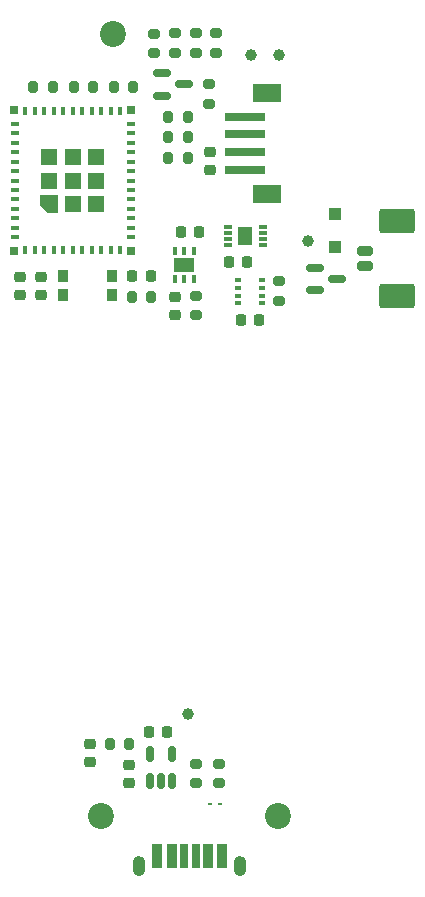
<source format=gbr>
%TF.GenerationSoftware,KiCad,Pcbnew,8.0.7*%
%TF.CreationDate,2024-12-24T11:10:27-06:00*%
%TF.ProjectId,room_environment_monitor,726f6f6d-5f65-46e7-9669-726f6e6d656e,rev?*%
%TF.SameCoordinates,Original*%
%TF.FileFunction,Soldermask,Top*%
%TF.FilePolarity,Negative*%
%FSLAX46Y46*%
G04 Gerber Fmt 4.6, Leading zero omitted, Abs format (unit mm)*
G04 Created by KiCad (PCBNEW 8.0.7) date 2024-12-24 11:10:27*
%MOMM*%
%LPD*%
G01*
G04 APERTURE LIST*
G04 Aperture macros list*
%AMRoundRect*
0 Rectangle with rounded corners*
0 $1 Rounding radius*
0 $2 $3 $4 $5 $6 $7 $8 $9 X,Y pos of 4 corners*
0 Add a 4 corners polygon primitive as box body*
4,1,4,$2,$3,$4,$5,$6,$7,$8,$9,$2,$3,0*
0 Add four circle primitives for the rounded corners*
1,1,$1+$1,$2,$3*
1,1,$1+$1,$4,$5*
1,1,$1+$1,$6,$7*
1,1,$1+$1,$8,$9*
0 Add four rect primitives between the rounded corners*
20,1,$1+$1,$2,$3,$4,$5,0*
20,1,$1+$1,$4,$5,$6,$7,0*
20,1,$1+$1,$6,$7,$8,$9,0*
20,1,$1+$1,$8,$9,$2,$3,0*%
%AMFreePoly0*
4,1,6,0.725000,-0.725000,-0.725000,-0.725000,-0.725000,0.125000,-0.125000,0.725000,0.725000,0.725000,0.725000,-0.725000,0.725000,-0.725000,$1*%
G04 Aperture macros list end*
%ADD10R,0.400000X0.800000*%
%ADD11R,0.800000X0.400000*%
%ADD12FreePoly0,90.000000*%
%ADD13R,1.450000X1.450000*%
%ADD14R,0.700000X0.700000*%
%ADD15RoundRect,0.200000X0.275000X-0.200000X0.275000X0.200000X-0.275000X0.200000X-0.275000X-0.200000X0*%
%ADD16RoundRect,0.200000X-0.275000X0.200000X-0.275000X-0.200000X0.275000X-0.200000X0.275000X0.200000X0*%
%ADD17RoundRect,0.200000X0.200000X0.275000X-0.200000X0.275000X-0.200000X-0.275000X0.200000X-0.275000X0*%
%ADD18RoundRect,0.225000X-0.225000X-0.250000X0.225000X-0.250000X0.225000X0.250000X-0.225000X0.250000X0*%
%ADD19C,2.200000*%
%ADD20RoundRect,0.150000X-0.587500X-0.150000X0.587500X-0.150000X0.587500X0.150000X-0.587500X0.150000X0*%
%ADD21RoundRect,0.150000X0.150000X-0.512500X0.150000X0.512500X-0.150000X0.512500X-0.150000X-0.512500X0*%
%ADD22RoundRect,0.200000X-0.200000X-0.275000X0.200000X-0.275000X0.200000X0.275000X-0.200000X0.275000X0*%
%ADD23R,0.711200X2.006600*%
%ADD24R,0.812800X2.006600*%
%ADD25R,0.889000X2.006600*%
%ADD26O,1.066800X1.701800*%
%ADD27R,0.500000X0.350000*%
%ADD28C,1.000000*%
%ADD29R,0.355600X0.660400*%
%ADD30R,1.701800X1.244600*%
%ADD31RoundRect,0.225000X-0.250000X0.225000X-0.250000X-0.225000X0.250000X-0.225000X0.250000X0.225000X0*%
%ADD32R,3.352800X0.711200*%
%ADD33R,2.387600X1.600200*%
%ADD34RoundRect,0.062500X0.117500X0.062500X-0.117500X0.062500X-0.117500X-0.062500X0.117500X-0.062500X0*%
%ADD35RoundRect,0.218750X0.256250X-0.218750X0.256250X0.218750X-0.256250X0.218750X-0.256250X-0.218750X0*%
%ADD36RoundRect,0.225000X0.250000X-0.225000X0.250000X0.225000X-0.250000X0.225000X-0.250000X-0.225000X0*%
%ADD37RoundRect,0.200000X0.450000X-0.200000X0.450000X0.200000X-0.450000X0.200000X-0.450000X-0.200000X0*%
%ADD38RoundRect,0.250001X1.249999X-0.799999X1.249999X0.799999X-1.249999X0.799999X-1.249999X-0.799999X0*%
%ADD39RoundRect,0.225000X0.225000X0.250000X-0.225000X0.250000X-0.225000X-0.250000X0.225000X-0.250000X0*%
%ADD40R,0.900000X1.000000*%
%ADD41R,0.750000X0.300000*%
%ADD42R,1.300000X1.500000*%
%ADD43RoundRect,0.250000X-0.300000X0.300000X-0.300000X-0.300000X0.300000X-0.300000X0.300000X0.300000X0*%
G04 APERTURE END LIST*
D10*
%TO.C,U2*%
X-3900000Y50700000D03*
X-3100000Y50700000D03*
X-2300000Y50700000D03*
X-1500000Y50700000D03*
X-700000Y50700000D03*
X100000Y50700000D03*
X900000Y50700000D03*
X1700000Y50700000D03*
X2500000Y50700000D03*
X3300000Y50700000D03*
X4100000Y50700000D03*
D11*
X5000000Y51800000D03*
X5000000Y52600000D03*
X5000000Y53400000D03*
X5000000Y54200000D03*
X5000000Y55000000D03*
X5000000Y55800000D03*
X5000000Y56600000D03*
X5000000Y57400000D03*
X5000000Y58200000D03*
X5000000Y59000000D03*
X5000000Y59800000D03*
X5000000Y60600000D03*
X5000000Y61400000D03*
D10*
X4100000Y62500000D03*
X3300000Y62500000D03*
X2500000Y62500000D03*
X1700000Y62500000D03*
X900000Y62500000D03*
X100000Y62500000D03*
X-700000Y62500000D03*
X-1500000Y62500000D03*
X-2300000Y62500000D03*
X-3100000Y62500000D03*
X-3900000Y62500000D03*
D11*
X-4800000Y61400000D03*
X-4800000Y60600000D03*
X-4800000Y59800000D03*
X-4800000Y59000000D03*
X-4800000Y58200000D03*
X-4800000Y57400000D03*
X-4800000Y56600000D03*
X-4800000Y55800000D03*
X-4800000Y55000000D03*
X-4800000Y54200000D03*
X-4800000Y53400000D03*
X-4800000Y52600000D03*
X-4800000Y51800000D03*
D12*
X-1875000Y54625000D03*
D13*
X100000Y54625000D03*
X2075000Y54625000D03*
X-1875000Y56600000D03*
X100000Y56600000D03*
X2075000Y56600000D03*
X-1875000Y58575000D03*
X100000Y58575000D03*
X2075000Y58575000D03*
D14*
X-4850000Y62550000D03*
X5050000Y62550000D03*
X5050000Y50650000D03*
X-4850000Y50650000D03*
%TD*%
D15*
%TO.C,R3*%
X17600000Y46437500D03*
X17600000Y48087500D03*
%TD*%
D16*
%TO.C,R9*%
X12250000Y69075000D03*
X12250000Y67425000D03*
%TD*%
%TO.C,R13*%
X10500000Y69075000D03*
X10500000Y67425000D03*
%TD*%
D17*
%TO.C,R8*%
X9825000Y62000000D03*
X8175000Y62000000D03*
%TD*%
D18*
%TO.C,C1*%
X5150000Y48500000D03*
X6700000Y48500000D03*
%TD*%
D19*
%TO.C,H1*%
X2500000Y2800000D03*
%TD*%
D18*
%TO.C,C2*%
X9225000Y52250000D03*
X10775000Y52250000D03*
%TD*%
D20*
%TO.C,Q3*%
X20625000Y49200000D03*
X20625000Y47300000D03*
X22500000Y48250000D03*
%TD*%
D21*
%TO.C,U5*%
X6625000Y5737500D03*
X7575000Y5737500D03*
X8525000Y5737500D03*
X8525000Y8012500D03*
X6625000Y8012500D03*
%TD*%
D22*
%TO.C,R11*%
X8175000Y58500000D03*
X9825000Y58500000D03*
%TD*%
D23*
%TO.C,P1*%
X10499999Y-600002D03*
D24*
X8480000Y-600002D03*
D25*
X7250000Y-600002D03*
D23*
X9500001Y-600002D03*
D24*
X11520000Y-600002D03*
D25*
X12750000Y-600002D03*
D26*
X14269999Y-1400003D03*
X5730001Y-1400003D03*
%TD*%
D27*
%TO.C,U4*%
X14100000Y46212500D03*
X14100000Y46862500D03*
X14100000Y47512500D03*
X14100000Y48162500D03*
X16150000Y48162500D03*
X16150000Y47512500D03*
X16150000Y46862500D03*
X16150000Y46212500D03*
%TD*%
D28*
%TO.C,TP4*%
X9900000Y11400000D03*
%TD*%
D29*
%TO.C,U3*%
X8750000Y48250000D03*
X9550001Y48250000D03*
X10350002Y48250000D03*
X10350002Y50637600D03*
X9550001Y50637600D03*
X8750000Y50637600D03*
D30*
X9550001Y49443800D03*
%TD*%
D19*
%TO.C,H2*%
X17500000Y2800000D03*
%TD*%
D31*
%TO.C,C7*%
X11750000Y59025000D03*
X11750000Y57475000D03*
%TD*%
D19*
%TO.C,H3*%
X3500000Y69000000D03*
%TD*%
D15*
%TO.C,R15*%
X12500000Y5550000D03*
X12500000Y7200000D03*
%TD*%
D32*
%TO.C,J2*%
X14645800Y62000001D03*
X14645800Y60500001D03*
X14645800Y58999999D03*
X14645800Y57499999D03*
D33*
X16528448Y64050002D03*
X16528448Y55449998D03*
%TD*%
D28*
%TO.C,TP2*%
X17600000Y67200000D03*
%TD*%
D18*
%TO.C,C11*%
X6550000Y9875000D03*
X8100000Y9875000D03*
%TD*%
D34*
%TO.C,D7*%
X11705000Y3850000D03*
X12545000Y3850000D03*
%TD*%
D16*
%TO.C,R12*%
X8750000Y69075000D03*
X8750000Y67425000D03*
%TD*%
%TO.C,R14*%
X7000000Y69037500D03*
X7000000Y67387500D03*
%TD*%
D22*
%TO.C,R10*%
X8175000Y60250000D03*
X9825000Y60250000D03*
%TD*%
D17*
%TO.C,R1*%
X6750000Y46750000D03*
X5100000Y46750000D03*
%TD*%
D15*
%TO.C,R20*%
X10500000Y5550000D03*
X10500000Y7200000D03*
%TD*%
D35*
%TO.C,D2*%
X1575000Y7337500D03*
X1575000Y8912500D03*
%TD*%
D36*
%TO.C,C10*%
X4825000Y5600000D03*
X4825000Y7150000D03*
%TD*%
D17*
%TO.C,R5*%
X-1575000Y64500000D03*
X-3225000Y64500000D03*
%TD*%
D37*
%TO.C,J1*%
X24825000Y49350000D03*
X24825000Y50600000D03*
D38*
X27575000Y46800000D03*
X27575000Y53150000D03*
%TD*%
D22*
%TO.C,R6*%
X175000Y64500000D03*
X1825000Y64500000D03*
%TD*%
D16*
%TO.C,R16*%
X11600000Y64750000D03*
X11600000Y63100000D03*
%TD*%
D39*
%TO.C,C5*%
X15875000Y44762500D03*
X14325000Y44762500D03*
%TD*%
D40*
%TO.C,SW1*%
X3400000Y46900000D03*
X-700000Y46900000D03*
X3400000Y48500000D03*
X-700000Y48500000D03*
%TD*%
D41*
%TO.C,U1*%
X16175000Y51175000D03*
X16175000Y51675000D03*
X16175000Y52175000D03*
X16175000Y52675000D03*
X13275000Y52675000D03*
X13275000Y52175000D03*
X13275000Y51675000D03*
X13275000Y51175000D03*
D42*
X14725000Y51925000D03*
%TD*%
D17*
%TO.C,R2*%
X4900000Y8875000D03*
X3250000Y8875000D03*
%TD*%
D31*
%TO.C,C4*%
X8750000Y46775000D03*
X8750000Y45225000D03*
%TD*%
D15*
%TO.C,R4*%
X10500000Y45175000D03*
X10500000Y46825000D03*
%TD*%
D31*
%TO.C,C3*%
X-2600000Y48475000D03*
X-2600000Y46925000D03*
%TD*%
D28*
%TO.C,TP3*%
X15200000Y67200000D03*
%TD*%
D31*
%TO.C,C6*%
X-4400000Y48475000D03*
X-4400000Y46925000D03*
%TD*%
D43*
%TO.C,D1*%
X22275000Y53750000D03*
X22275000Y50950000D03*
%TD*%
D22*
%TO.C,R7*%
X3575000Y64500000D03*
X5225000Y64500000D03*
%TD*%
D18*
%TO.C,C8*%
X13300000Y49700000D03*
X14850000Y49700000D03*
%TD*%
D28*
%TO.C,TP1*%
X20000000Y51500000D03*
%TD*%
D20*
%TO.C,Q1*%
X7625000Y65700000D03*
X7625000Y63800000D03*
X9500000Y64750000D03*
%TD*%
M02*

</source>
